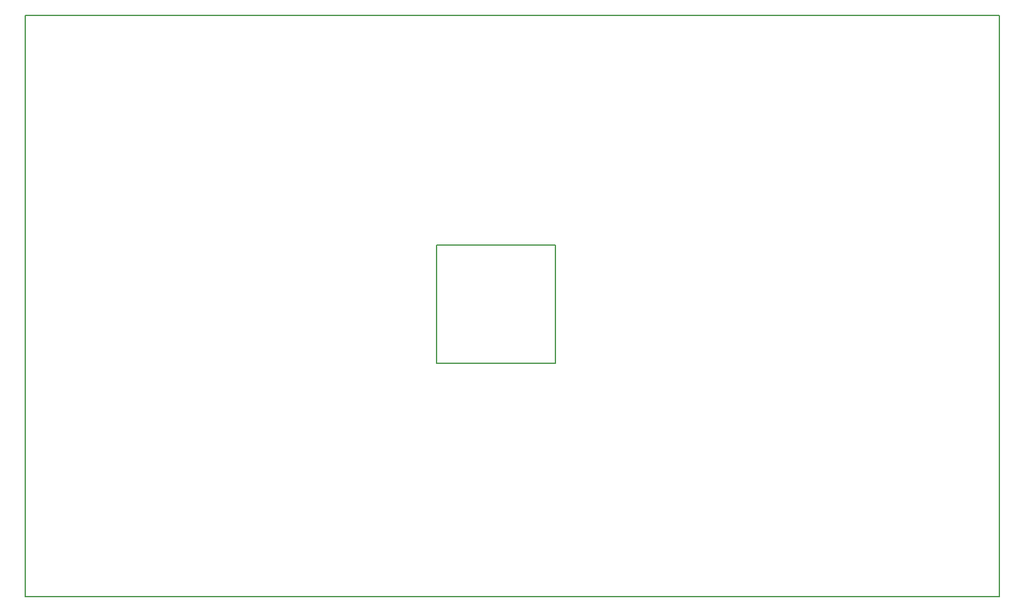
<source format=gbr>
G04 #@! TF.FileFunction,Profile,NP*
%FSLAX46Y46*%
G04 Gerber Fmt 4.6, Leading zero omitted, Abs format (unit mm)*
G04 Created by KiCad (PCBNEW 4.0.7) date 08/21/19 21:36:26*
%MOMM*%
%LPD*%
G01*
G04 APERTURE LIST*
%ADD10C,0.100000*%
%ADD11C,0.150000*%
G04 APERTURE END LIST*
D10*
D11*
X124600000Y-89600000D02*
X124800000Y-89600000D01*
X124600000Y-105900000D02*
X124600000Y-89600000D01*
X140900000Y-105900000D02*
X124600000Y-105900000D01*
X140900000Y-89600000D02*
X140900000Y-105900000D01*
X124600000Y-89600000D02*
X140900000Y-89600000D01*
X140900000Y-105900000D02*
X140900000Y-89600000D01*
X124600000Y-105900000D02*
X140900000Y-105900000D01*
X124600000Y-89600000D02*
X124600000Y-105900000D01*
X202000000Y-138000000D02*
X202000000Y-137900000D01*
X195000000Y-138000000D02*
X202000000Y-138000000D01*
X195000000Y-58000000D02*
X202000000Y-58000000D01*
X202000000Y-58000000D02*
X202000000Y-138000000D01*
X68000000Y-138000000D02*
X195000000Y-138000000D01*
X68000000Y-58000000D02*
X195000000Y-58000000D01*
X68000000Y-58000000D02*
X68000000Y-138000000D01*
M02*

</source>
